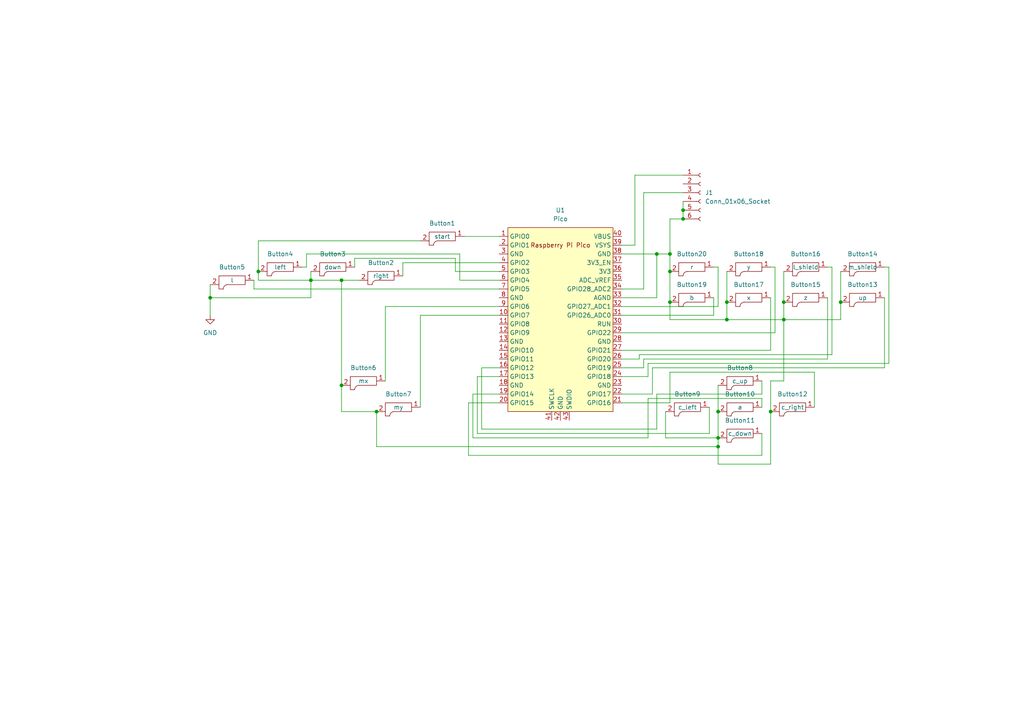
<source format=kicad_sch>
(kicad_sch (version 20230121) (generator eeschema)

  (uuid 82061d4c-46c0-4f0f-839d-83433a9ad825)

  (paper "A4")

  (lib_symbols
    (symbol "Connector:Conn_01x06_Socket" (pin_names (offset 1.016) hide) (in_bom yes) (on_board yes)
      (property "Reference" "J" (at 0 7.62 0)
        (effects (font (size 1.27 1.27)))
      )
      (property "Value" "Conn_01x06_Socket" (at 0 -10.16 0)
        (effects (font (size 1.27 1.27)))
      )
      (property "Footprint" "" (at 0 0 0)
        (effects (font (size 1.27 1.27)) hide)
      )
      (property "Datasheet" "~" (at 0 0 0)
        (effects (font (size 1.27 1.27)) hide)
      )
      (property "ki_locked" "" (at 0 0 0)
        (effects (font (size 1.27 1.27)))
      )
      (property "ki_keywords" "connector" (at 0 0 0)
        (effects (font (size 1.27 1.27)) hide)
      )
      (property "ki_description" "Generic connector, single row, 01x06, script generated" (at 0 0 0)
        (effects (font (size 1.27 1.27)) hide)
      )
      (property "ki_fp_filters" "Connector*:*_1x??_*" (at 0 0 0)
        (effects (font (size 1.27 1.27)) hide)
      )
      (symbol "Conn_01x06_Socket_1_1"
        (arc (start 0 -7.112) (mid -0.5058 -7.62) (end 0 -8.128)
          (stroke (width 0.1524) (type default))
          (fill (type none))
        )
        (arc (start 0 -4.572) (mid -0.5058 -5.08) (end 0 -5.588)
          (stroke (width 0.1524) (type default))
          (fill (type none))
        )
        (arc (start 0 -2.032) (mid -0.5058 -2.54) (end 0 -3.048)
          (stroke (width 0.1524) (type default))
          (fill (type none))
        )
        (polyline
          (pts
            (xy -1.27 -7.62)
            (xy -0.508 -7.62)
          )
          (stroke (width 0.1524) (type default))
          (fill (type none))
        )
        (polyline
          (pts
            (xy -1.27 -5.08)
            (xy -0.508 -5.08)
          )
          (stroke (width 0.1524) (type default))
          (fill (type none))
        )
        (polyline
          (pts
            (xy -1.27 -2.54)
            (xy -0.508 -2.54)
          )
          (stroke (width 0.1524) (type default))
          (fill (type none))
        )
        (polyline
          (pts
            (xy -1.27 0)
            (xy -0.508 0)
          )
          (stroke (width 0.1524) (type default))
          (fill (type none))
        )
        (polyline
          (pts
            (xy -1.27 2.54)
            (xy -0.508 2.54)
          )
          (stroke (width 0.1524) (type default))
          (fill (type none))
        )
        (polyline
          (pts
            (xy -1.27 5.08)
            (xy -0.508 5.08)
          )
          (stroke (width 0.1524) (type default))
          (fill (type none))
        )
        (arc (start 0 0.508) (mid -0.5058 0) (end 0 -0.508)
          (stroke (width 0.1524) (type default))
          (fill (type none))
        )
        (arc (start 0 3.048) (mid -0.5058 2.54) (end 0 2.032)
          (stroke (width 0.1524) (type default))
          (fill (type none))
        )
        (arc (start 0 5.588) (mid -0.5058 5.08) (end 0 4.572)
          (stroke (width 0.1524) (type default))
          (fill (type none))
        )
        (pin passive line (at -5.08 5.08 0) (length 3.81)
          (name "Pin_1" (effects (font (size 1.27 1.27))))
          (number "1" (effects (font (size 1.27 1.27))))
        )
        (pin passive line (at -5.08 2.54 0) (length 3.81)
          (name "Pin_2" (effects (font (size 1.27 1.27))))
          (number "2" (effects (font (size 1.27 1.27))))
        )
        (pin passive line (at -5.08 0 0) (length 3.81)
          (name "Pin_3" (effects (font (size 1.27 1.27))))
          (number "3" (effects (font (size 1.27 1.27))))
        )
        (pin passive line (at -5.08 -2.54 0) (length 3.81)
          (name "Pin_4" (effects (font (size 1.27 1.27))))
          (number "4" (effects (font (size 1.27 1.27))))
        )
        (pin passive line (at -5.08 -5.08 0) (length 3.81)
          (name "Pin_5" (effects (font (size 1.27 1.27))))
          (number "5" (effects (font (size 1.27 1.27))))
        )
        (pin passive line (at -5.08 -7.62 0) (length 3.81)
          (name "Pin_6" (effects (font (size 1.27 1.27))))
          (number "6" (effects (font (size 1.27 1.27))))
        )
      )
    )
    (symbol "MCU_RaspberryPi_and_Boards:Pico" (in_bom yes) (on_board yes)
      (property "Reference" "U" (at -13.97 27.94 0)
        (effects (font (size 1.27 1.27)))
      )
      (property "Value" "Pico" (at 0 19.05 0)
        (effects (font (size 1.27 1.27)))
      )
      (property "Footprint" "MCU_RaspberryPi_and_Boards:RPi_Pico_SMD_TH" (at 0 0 90)
        (effects (font (size 1.27 1.27)) hide)
      )
      (property "Datasheet" "" (at 0 0 0)
        (effects (font (size 1.27 1.27)) hide)
      )
      (symbol "Pico_0_0"
        (text "Raspberry Pi Pico" (at 0 21.59 0)
          (effects (font (size 1.27 1.27)))
        )
      )
      (symbol "Pico_0_1"
        (rectangle (start -15.24 26.67) (end 15.24 -26.67)
          (stroke (width 0) (type default))
          (fill (type background))
        )
      )
      (symbol "Pico_1_1"
        (pin bidirectional line (at -17.78 24.13 0) (length 2.54)
          (name "GPIO0" (effects (font (size 1.27 1.27))))
          (number "1" (effects (font (size 1.27 1.27))))
        )
        (pin bidirectional line (at -17.78 1.27 0) (length 2.54)
          (name "GPIO7" (effects (font (size 1.27 1.27))))
          (number "10" (effects (font (size 1.27 1.27))))
        )
        (pin bidirectional line (at -17.78 -1.27 0) (length 2.54)
          (name "GPIO8" (effects (font (size 1.27 1.27))))
          (number "11" (effects (font (size 1.27 1.27))))
        )
        (pin bidirectional line (at -17.78 -3.81 0) (length 2.54)
          (name "GPIO9" (effects (font (size 1.27 1.27))))
          (number "12" (effects (font (size 1.27 1.27))))
        )
        (pin power_in line (at -17.78 -6.35 0) (length 2.54)
          (name "GND" (effects (font (size 1.27 1.27))))
          (number "13" (effects (font (size 1.27 1.27))))
        )
        (pin bidirectional line (at -17.78 -8.89 0) (length 2.54)
          (name "GPIO10" (effects (font (size 1.27 1.27))))
          (number "14" (effects (font (size 1.27 1.27))))
        )
        (pin bidirectional line (at -17.78 -11.43 0) (length 2.54)
          (name "GPIO11" (effects (font (size 1.27 1.27))))
          (number "15" (effects (font (size 1.27 1.27))))
        )
        (pin bidirectional line (at -17.78 -13.97 0) (length 2.54)
          (name "GPIO12" (effects (font (size 1.27 1.27))))
          (number "16" (effects (font (size 1.27 1.27))))
        )
        (pin bidirectional line (at -17.78 -16.51 0) (length 2.54)
          (name "GPIO13" (effects (font (size 1.27 1.27))))
          (number "17" (effects (font (size 1.27 1.27))))
        )
        (pin power_in line (at -17.78 -19.05 0) (length 2.54)
          (name "GND" (effects (font (size 1.27 1.27))))
          (number "18" (effects (font (size 1.27 1.27))))
        )
        (pin bidirectional line (at -17.78 -21.59 0) (length 2.54)
          (name "GPIO14" (effects (font (size 1.27 1.27))))
          (number "19" (effects (font (size 1.27 1.27))))
        )
        (pin bidirectional line (at -17.78 21.59 0) (length 2.54)
          (name "GPIO1" (effects (font (size 1.27 1.27))))
          (number "2" (effects (font (size 1.27 1.27))))
        )
        (pin bidirectional line (at -17.78 -24.13 0) (length 2.54)
          (name "GPIO15" (effects (font (size 1.27 1.27))))
          (number "20" (effects (font (size 1.27 1.27))))
        )
        (pin bidirectional line (at 17.78 -24.13 180) (length 2.54)
          (name "GPIO16" (effects (font (size 1.27 1.27))))
          (number "21" (effects (font (size 1.27 1.27))))
        )
        (pin bidirectional line (at 17.78 -21.59 180) (length 2.54)
          (name "GPIO17" (effects (font (size 1.27 1.27))))
          (number "22" (effects (font (size 1.27 1.27))))
        )
        (pin power_in line (at 17.78 -19.05 180) (length 2.54)
          (name "GND" (effects (font (size 1.27 1.27))))
          (number "23" (effects (font (size 1.27 1.27))))
        )
        (pin bidirectional line (at 17.78 -16.51 180) (length 2.54)
          (name "GPIO18" (effects (font (size 1.27 1.27))))
          (number "24" (effects (font (size 1.27 1.27))))
        )
        (pin bidirectional line (at 17.78 -13.97 180) (length 2.54)
          (name "GPIO19" (effects (font (size 1.27 1.27))))
          (number "25" (effects (font (size 1.27 1.27))))
        )
        (pin bidirectional line (at 17.78 -11.43 180) (length 2.54)
          (name "GPIO20" (effects (font (size 1.27 1.27))))
          (number "26" (effects (font (size 1.27 1.27))))
        )
        (pin bidirectional line (at 17.78 -8.89 180) (length 2.54)
          (name "GPIO21" (effects (font (size 1.27 1.27))))
          (number "27" (effects (font (size 1.27 1.27))))
        )
        (pin power_in line (at 17.78 -6.35 180) (length 2.54)
          (name "GND" (effects (font (size 1.27 1.27))))
          (number "28" (effects (font (size 1.27 1.27))))
        )
        (pin bidirectional line (at 17.78 -3.81 180) (length 2.54)
          (name "GPIO22" (effects (font (size 1.27 1.27))))
          (number "29" (effects (font (size 1.27 1.27))))
        )
        (pin power_in line (at -17.78 19.05 0) (length 2.54)
          (name "GND" (effects (font (size 1.27 1.27))))
          (number "3" (effects (font (size 1.27 1.27))))
        )
        (pin input line (at 17.78 -1.27 180) (length 2.54)
          (name "RUN" (effects (font (size 1.27 1.27))))
          (number "30" (effects (font (size 1.27 1.27))))
        )
        (pin bidirectional line (at 17.78 1.27 180) (length 2.54)
          (name "GPIO26_ADC0" (effects (font (size 1.27 1.27))))
          (number "31" (effects (font (size 1.27 1.27))))
        )
        (pin bidirectional line (at 17.78 3.81 180) (length 2.54)
          (name "GPIO27_ADC1" (effects (font (size 1.27 1.27))))
          (number "32" (effects (font (size 1.27 1.27))))
        )
        (pin power_in line (at 17.78 6.35 180) (length 2.54)
          (name "AGND" (effects (font (size 1.27 1.27))))
          (number "33" (effects (font (size 1.27 1.27))))
        )
        (pin bidirectional line (at 17.78 8.89 180) (length 2.54)
          (name "GPIO28_ADC2" (effects (font (size 1.27 1.27))))
          (number "34" (effects (font (size 1.27 1.27))))
        )
        (pin power_in line (at 17.78 11.43 180) (length 2.54)
          (name "ADC_VREF" (effects (font (size 1.27 1.27))))
          (number "35" (effects (font (size 1.27 1.27))))
        )
        (pin power_in line (at 17.78 13.97 180) (length 2.54)
          (name "3V3" (effects (font (size 1.27 1.27))))
          (number "36" (effects (font (size 1.27 1.27))))
        )
        (pin input line (at 17.78 16.51 180) (length 2.54)
          (name "3V3_EN" (effects (font (size 1.27 1.27))))
          (number "37" (effects (font (size 1.27 1.27))))
        )
        (pin bidirectional line (at 17.78 19.05 180) (length 2.54)
          (name "GND" (effects (font (size 1.27 1.27))))
          (number "38" (effects (font (size 1.27 1.27))))
        )
        (pin power_in line (at 17.78 21.59 180) (length 2.54)
          (name "VSYS" (effects (font (size 1.27 1.27))))
          (number "39" (effects (font (size 1.27 1.27))))
        )
        (pin bidirectional line (at -17.78 16.51 0) (length 2.54)
          (name "GPIO2" (effects (font (size 1.27 1.27))))
          (number "4" (effects (font (size 1.27 1.27))))
        )
        (pin power_in line (at 17.78 24.13 180) (length 2.54)
          (name "VBUS" (effects (font (size 1.27 1.27))))
          (number "40" (effects (font (size 1.27 1.27))))
        )
        (pin input line (at -2.54 -29.21 90) (length 2.54)
          (name "SWCLK" (effects (font (size 1.27 1.27))))
          (number "41" (effects (font (size 1.27 1.27))))
        )
        (pin power_in line (at 0 -29.21 90) (length 2.54)
          (name "GND" (effects (font (size 1.27 1.27))))
          (number "42" (effects (font (size 1.27 1.27))))
        )
        (pin bidirectional line (at 2.54 -29.21 90) (length 2.54)
          (name "SWDIO" (effects (font (size 1.27 1.27))))
          (number "43" (effects (font (size 1.27 1.27))))
        )
        (pin bidirectional line (at -17.78 13.97 0) (length 2.54)
          (name "GPIO3" (effects (font (size 1.27 1.27))))
          (number "5" (effects (font (size 1.27 1.27))))
        )
        (pin bidirectional line (at -17.78 11.43 0) (length 2.54)
          (name "GPIO4" (effects (font (size 1.27 1.27))))
          (number "6" (effects (font (size 1.27 1.27))))
        )
        (pin bidirectional line (at -17.78 8.89 0) (length 2.54)
          (name "GPIO5" (effects (font (size 1.27 1.27))))
          (number "7" (effects (font (size 1.27 1.27))))
        )
        (pin power_in line (at -17.78 6.35 0) (length 2.54)
          (name "GND" (effects (font (size 1.27 1.27))))
          (number "8" (effects (font (size 1.27 1.27))))
        )
        (pin bidirectional line (at -17.78 3.81 0) (length 2.54)
          (name "GPIO6" (effects (font (size 1.27 1.27))))
          (number "9" (effects (font (size 1.27 1.27))))
        )
      )
    )
    (symbol "keyswitches:Kalih" (in_bom yes) (on_board yes)
      (property "Reference" "Button" (at 0 2.54 0)
        (effects (font (size 1.27 1.27)))
      )
      (property "Value" "" (at 0 0 0)
        (effects (font (size 1.27 1.27)))
      )
      (property "Footprint" "keyswitches:Kailh_socket_MX" (at 0 -3.81 0)
        (effects (font (size 1.27 1.27)) hide)
      )
      (property "Datasheet" "" (at 0 0 0)
        (effects (font (size 1.27 1.27)) hide)
      )
      (symbol "Kalih_0_1"
        (arc (start -1.27 -1.27) (mid -2.168 -1.642) (end -2.54 -2.54)
          (stroke (width 0) (type default))
          (fill (type none))
        )
        (polyline
          (pts
            (xy -2.54 -2.54)
            (xy -3.81 -2.54)
            (xy -3.81 1.27)
            (xy 3.81 1.27)
            (xy 3.81 -1.27)
            (xy -1.27 -1.27)
          )
          (stroke (width 0) (type default))
          (fill (type none))
        )
      )
      (symbol "Kalih_1_1"
        (pin bidirectional line (at 6.35 0 180) (length 2.54)
          (name "" (effects (font (size 1.27 1.27))))
          (number "1" (effects (font (size 1.27 1.27))))
        )
        (pin bidirectional line (at -6.35 -1.27 0) (length 2.54)
          (name "" (effects (font (size 1.27 1.27))))
          (number "2" (effects (font (size 1.27 1.27))))
        )
      )
    )
    (symbol "power:GND" (power) (pin_names (offset 0)) (in_bom yes) (on_board yes)
      (property "Reference" "#PWR" (at 0 -6.35 0)
        (effects (font (size 1.27 1.27)) hide)
      )
      (property "Value" "GND" (at 0 -3.81 0)
        (effects (font (size 1.27 1.27)))
      )
      (property "Footprint" "" (at 0 0 0)
        (effects (font (size 1.27 1.27)) hide)
      )
      (property "Datasheet" "" (at 0 0 0)
        (effects (font (size 1.27 1.27)) hide)
      )
      (property "ki_keywords" "global power" (at 0 0 0)
        (effects (font (size 1.27 1.27)) hide)
      )
      (property "ki_description" "Power symbol creates a global label with name \"GND\" , ground" (at 0 0 0)
        (effects (font (size 1.27 1.27)) hide)
      )
      (symbol "GND_0_1"
        (polyline
          (pts
            (xy 0 0)
            (xy 0 -1.27)
            (xy 1.27 -1.27)
            (xy 0 -2.54)
            (xy -1.27 -1.27)
            (xy 0 -1.27)
          )
          (stroke (width 0) (type default))
          (fill (type none))
        )
      )
      (symbol "GND_1_1"
        (pin power_in line (at 0 0 270) (length 0) hide
          (name "GND" (effects (font (size 1.27 1.27))))
          (number "1" (effects (font (size 1.27 1.27))))
        )
      )
    )
  )

  (junction (at 227.33 92.71) (diameter 0) (color 0 0 0 0)
    (uuid 005d12fa-ec58-46d5-b0ad-f683a20c3bf4)
  )
  (junction (at 208.28 127) (diameter 0) (color 0 0 0 0)
    (uuid 08041f39-6f2c-474b-898d-ce428509742a)
  )
  (junction (at 208.28 119.38) (diameter 0) (color 0 0 0 0)
    (uuid 08d12132-5d7e-4ac4-be57-35f92ce96c16)
  )
  (junction (at 99.06 111.76) (diameter 0) (color 0 0 0 0)
    (uuid 2ea74b5d-92d8-496b-a8b7-2e3eff374cce)
  )
  (junction (at 90.17 81.28) (diameter 0) (color 0 0 0 0)
    (uuid 43dee147-4552-449e-9f51-5287ec13c4ac)
  )
  (junction (at 194.31 78.74) (diameter 0) (color 0 0 0 0)
    (uuid 49ce9403-600d-4775-bca4-e6e599775ceb)
  )
  (junction (at 190.5 73.66) (diameter 0) (color 0 0 0 0)
    (uuid 631341c7-6fd9-47ea-af90-0380bf0a95ac)
  )
  (junction (at 60.96 86.36) (diameter 0) (color 0 0 0 0)
    (uuid 693cd6c4-110a-4700-8d00-9a628423bed5)
  )
  (junction (at 208.28 129.54) (diameter 0) (color 0 0 0 0)
    (uuid 7b3b6b12-d2e7-4d65-815c-703b4f6a508f)
  )
  (junction (at 99.06 81.28) (diameter 0) (color 0 0 0 0)
    (uuid 7d9eaf74-b781-4d8f-ab7d-65fb0378cbf3)
  )
  (junction (at 227.33 87.63) (diameter 0) (color 0 0 0 0)
    (uuid 87efb8ff-0f77-44c8-a209-e9031802ec39)
  )
  (junction (at 74.93 78.74) (diameter 0) (color 0 0 0 0)
    (uuid 8eabff7a-b7fb-4456-96a7-9cd2d5a13159)
  )
  (junction (at 194.31 73.66) (diameter 0) (color 0 0 0 0)
    (uuid aae8151e-658c-449d-85fd-0f5176ce0741)
  )
  (junction (at 109.22 119.38) (diameter 0) (color 0 0 0 0)
    (uuid b5737638-33d4-46a3-b473-7e6274bd3860)
  )
  (junction (at 210.82 92.71) (diameter 0) (color 0 0 0 0)
    (uuid b5cc4b4b-82f1-4fe0-afa7-ebd453b6d5a8)
  )
  (junction (at 223.52 119.38) (diameter 0) (color 0 0 0 0)
    (uuid bb542bfe-5f64-4722-90f9-01c6d84f5878)
  )
  (junction (at 243.84 87.63) (diameter 0) (color 0 0 0 0)
    (uuid c6f9c988-2dfb-4a6e-b80b-10d12a8243c5)
  )
  (junction (at 210.82 87.63) (diameter 0) (color 0 0 0 0)
    (uuid ce417489-5acc-4a39-956e-d44582dbec7b)
  )
  (junction (at 194.31 87.63) (diameter 0) (color 0 0 0 0)
    (uuid e0f8209c-d20b-447b-9b63-7e4381d0dbdf)
  )
  (junction (at 198.12 63.5) (diameter 0) (color 0 0 0 0)
    (uuid fab639dd-6f88-4c24-8184-c3ec9d271f2b)
  )
  (junction (at 198.12 60.96) (diameter 0) (color 0 0 0 0)
    (uuid fbeff9c2-c9b1-4057-8660-157af07b6f86)
  )

  (wire (pts (xy 205.74 125.73) (xy 205.74 118.11))
    (stroke (width 0) (type default))
    (uuid 01a741c1-dda7-4ae4-bef3-e398c5be333b)
  )
  (wire (pts (xy 190.5 124.46) (xy 139.7 124.46))
    (stroke (width 0) (type default))
    (uuid 04768c2c-aa36-4206-9987-7e1a0ad31302)
  )
  (wire (pts (xy 208.28 111.76) (xy 208.28 119.38))
    (stroke (width 0) (type default))
    (uuid 06fdf87e-854f-47e3-8122-e0b990a11127)
  )
  (wire (pts (xy 186.69 83.82) (xy 180.34 83.82))
    (stroke (width 0) (type default))
    (uuid 080a4a3d-40e6-446d-8eb0-5f26eba70612)
  )
  (wire (pts (xy 194.31 78.74) (xy 194.31 87.63))
    (stroke (width 0) (type default))
    (uuid 094dd115-b971-4200-8612-aabcbe0becf2)
  )
  (wire (pts (xy 194.31 107.95) (xy 194.31 116.84))
    (stroke (width 0) (type default))
    (uuid 0c7bac2d-d7a3-4523-892c-1f6d15724a11)
  )
  (wire (pts (xy 208.28 127) (xy 208.28 129.54))
    (stroke (width 0) (type default))
    (uuid 0c811321-8962-495b-8116-2f4783e6344a)
  )
  (wire (pts (xy 74.93 81.28) (xy 90.17 81.28))
    (stroke (width 0) (type default))
    (uuid 16551cb0-eedc-4d6e-b943-6511535311ea)
  )
  (wire (pts (xy 133.35 81.28) (xy 144.78 81.28))
    (stroke (width 0) (type default))
    (uuid 178878d2-80d8-4df6-8a4a-2a834b967e01)
  )
  (wire (pts (xy 88.9 77.47) (xy 88.9 73.66))
    (stroke (width 0) (type default))
    (uuid 18c6076e-6bf3-4e1e-b138-147f1d846d12)
  )
  (wire (pts (xy 208.28 77.47) (xy 208.28 88.9))
    (stroke (width 0) (type default))
    (uuid 193b2c63-838a-4210-9812-8b9538326a84)
  )
  (wire (pts (xy 186.69 55.88) (xy 186.69 83.82))
    (stroke (width 0) (type default))
    (uuid 19dd11c5-6d76-41fe-8ce1-b75e38a240d4)
  )
  (wire (pts (xy 132.08 78.74) (xy 144.78 78.74))
    (stroke (width 0) (type default))
    (uuid 1b513b00-7960-4312-b9ee-7bc4a9b67087)
  )
  (wire (pts (xy 190.5 86.36) (xy 190.5 73.66))
    (stroke (width 0) (type default))
    (uuid 24792523-94c1-4d43-97b7-4d6c4440f087)
  )
  (wire (pts (xy 73.66 83.82) (xy 144.78 83.82))
    (stroke (width 0) (type default))
    (uuid 26a256df-d2be-4d4b-8039-e503dac50aa1)
  )
  (wire (pts (xy 243.84 78.74) (xy 243.84 87.63))
    (stroke (width 0) (type default))
    (uuid 26c81c3d-db37-40ec-933f-fbe8354458d2)
  )
  (wire (pts (xy 227.33 92.71) (xy 210.82 92.71))
    (stroke (width 0) (type default))
    (uuid 2709aa95-4bbf-4edd-9441-74943a4dbc2d)
  )
  (wire (pts (xy 256.54 77.47) (xy 257.81 77.47))
    (stroke (width 0) (type default))
    (uuid 2920a079-776b-4a80-9b2c-175b0f4a8394)
  )
  (wire (pts (xy 186.69 106.68) (xy 180.34 106.68))
    (stroke (width 0) (type default))
    (uuid 2bb0c612-48fb-4681-a56a-ed9d073c410f)
  )
  (wire (pts (xy 116.84 80.01) (xy 116.84 76.2))
    (stroke (width 0) (type default))
    (uuid 2c875826-df67-4b5d-8487-e85a39df69dd)
  )
  (wire (pts (xy 220.98 118.11) (xy 220.98 115.57))
    (stroke (width 0) (type default))
    (uuid 2e895c03-a307-433b-a240-1c22df316998)
  )
  (wire (pts (xy 224.79 96.52) (xy 180.34 96.52))
    (stroke (width 0) (type default))
    (uuid 2efcdf79-e23a-4397-b1c9-393724968df5)
  )
  (wire (pts (xy 60.96 86.36) (xy 90.17 86.36))
    (stroke (width 0) (type default))
    (uuid 3047122a-6e2a-40fc-94e8-ead8994a3818)
  )
  (wire (pts (xy 207.01 91.44) (xy 180.34 91.44))
    (stroke (width 0) (type default))
    (uuid 356bb213-6427-4d55-8b69-e263538c0f4d)
  )
  (wire (pts (xy 138.43 125.73) (xy 205.74 125.73))
    (stroke (width 0) (type default))
    (uuid 373bba41-df58-4568-90b0-428c522bc090)
  )
  (wire (pts (xy 111.76 110.49) (xy 111.76 88.9))
    (stroke (width 0) (type default))
    (uuid 37c5d668-389f-4a08-ad41-61a0d5b77128)
  )
  (wire (pts (xy 243.84 87.63) (xy 243.84 92.71))
    (stroke (width 0) (type default))
    (uuid 3a0d75a2-34a6-4245-b494-fd5efa2d3f49)
  )
  (wire (pts (xy 99.06 81.28) (xy 99.06 111.76))
    (stroke (width 0) (type default))
    (uuid 3a64ba5a-bb52-417e-879a-8394d92ef702)
  )
  (wire (pts (xy 99.06 81.28) (xy 90.17 81.28))
    (stroke (width 0) (type default))
    (uuid 3c29ae74-ff20-4480-83d6-db2066fbaa79)
  )
  (wire (pts (xy 194.31 92.71) (xy 194.31 87.63))
    (stroke (width 0) (type default))
    (uuid 41514ed6-e8a0-45c2-a26a-72d998e4850a)
  )
  (wire (pts (xy 135.89 132.08) (xy 220.98 132.08))
    (stroke (width 0) (type default))
    (uuid 41b0884d-9e39-413b-a39d-fefdc24aaaac)
  )
  (wire (pts (xy 87.63 77.47) (xy 88.9 77.47))
    (stroke (width 0) (type default))
    (uuid 4a162334-53ba-4eab-9acb-7448301592c7)
  )
  (wire (pts (xy 121.92 69.85) (xy 74.93 69.85))
    (stroke (width 0) (type default))
    (uuid 4a619616-54a9-4e7b-8ab8-d5df1e311c74)
  )
  (wire (pts (xy 90.17 86.36) (xy 90.17 81.28))
    (stroke (width 0) (type default))
    (uuid 4e4007e6-f6bb-4c75-81e0-53570bf5c9dc)
  )
  (wire (pts (xy 73.66 81.28) (xy 73.66 83.82))
    (stroke (width 0) (type default))
    (uuid 4fffafde-2c3c-430a-97c5-db9b37fed37f)
  )
  (wire (pts (xy 210.82 78.74) (xy 210.82 87.63))
    (stroke (width 0) (type default))
    (uuid 5077ffe5-6287-4391-960f-0224fa98d41e)
  )
  (wire (pts (xy 180.34 73.66) (xy 190.5 73.66))
    (stroke (width 0) (type default))
    (uuid 50cd480b-362f-4f15-b2bb-0bc1ebe1f643)
  )
  (wire (pts (xy 208.28 134.62) (xy 223.52 134.62))
    (stroke (width 0) (type default))
    (uuid 5369e543-4235-41cb-b7cc-ec3acb9e4c99)
  )
  (wire (pts (xy 210.82 92.71) (xy 194.31 92.71))
    (stroke (width 0) (type default))
    (uuid 589ad715-bce1-4923-bfd4-593bf5918872)
  )
  (wire (pts (xy 189.23 114.3) (xy 180.34 114.3))
    (stroke (width 0) (type default))
    (uuid 5a5459ed-555a-49c1-be96-47d3785880b7)
  )
  (wire (pts (xy 227.33 110.49) (xy 227.33 92.71))
    (stroke (width 0) (type default))
    (uuid 5b7fd699-39bc-42b7-86bb-d89a4d18fed4)
  )
  (wire (pts (xy 240.03 77.47) (xy 241.3 77.47))
    (stroke (width 0) (type default))
    (uuid 5b8cbba7-879c-4fb2-b381-93270e30f03e)
  )
  (wire (pts (xy 187.96 109.22) (xy 180.34 109.22))
    (stroke (width 0) (type default))
    (uuid 5ba84a87-8ba2-4619-b3bf-9661a70420ab)
  )
  (wire (pts (xy 121.92 118.11) (xy 121.92 91.44))
    (stroke (width 0) (type default))
    (uuid 5db15dde-4242-496e-8761-0a540c30f364)
  )
  (wire (pts (xy 227.33 78.74) (xy 227.33 87.63))
    (stroke (width 0) (type default))
    (uuid 5ded0503-e9c6-4dde-84d0-2329817926a6)
  )
  (wire (pts (xy 187.96 115.57) (xy 187.96 127))
    (stroke (width 0) (type default))
    (uuid 6472408f-037c-408b-9fcc-af0b7370d62b)
  )
  (wire (pts (xy 132.08 74.93) (xy 132.08 78.74))
    (stroke (width 0) (type default))
    (uuid 694e3c14-9ea4-43f4-bca3-3c32bfc35c9e)
  )
  (wire (pts (xy 194.31 78.74) (xy 194.31 73.66))
    (stroke (width 0) (type default))
    (uuid 69bfb803-d674-42e1-a239-f7b6a1819a1d)
  )
  (wire (pts (xy 133.35 73.66) (xy 133.35 81.28))
    (stroke (width 0) (type default))
    (uuid 6b612835-79ef-4c26-9c0e-db53d75132b8)
  )
  (wire (pts (xy 116.84 76.2) (xy 144.78 76.2))
    (stroke (width 0) (type default))
    (uuid 6c71ff82-6faf-456a-b04d-eee3d9c6bb71)
  )
  (wire (pts (xy 184.15 71.12) (xy 180.34 71.12))
    (stroke (width 0) (type default))
    (uuid 6f94469e-ec0e-4057-a238-92a9be00f98e)
  )
  (wire (pts (xy 240.03 86.36) (xy 240.03 104.14))
    (stroke (width 0) (type default))
    (uuid 70e2be8c-bdc9-453c-93f6-c5c0c6d9adcc)
  )
  (wire (pts (xy 189.23 106.68) (xy 189.23 114.3))
    (stroke (width 0) (type default))
    (uuid 72b8c0dd-da4c-45de-b089-0a0ac788ac1e)
  )
  (wire (pts (xy 187.96 105.41) (xy 187.96 109.22))
    (stroke (width 0) (type default))
    (uuid 7a0c4e91-c55c-4d63-aa46-1520cff4c40c)
  )
  (wire (pts (xy 104.14 81.28) (xy 99.06 81.28))
    (stroke (width 0) (type default))
    (uuid 7f2117f5-4733-4f25-9c99-926bfed1ee4d)
  )
  (wire (pts (xy 90.17 81.28) (xy 90.17 78.74))
    (stroke (width 0) (type default))
    (uuid 7fd29e0b-36fa-404f-85b0-0f9dc3fbc714)
  )
  (wire (pts (xy 223.52 77.47) (xy 224.79 77.47))
    (stroke (width 0) (type default))
    (uuid 8245c1c3-f981-4e6f-a20f-76c15f8370a7)
  )
  (wire (pts (xy 102.87 77.47) (xy 102.87 74.93))
    (stroke (width 0) (type default))
    (uuid 82f3b143-03f1-45a8-86b7-c1862e2842b1)
  )
  (wire (pts (xy 135.89 132.08) (xy 135.89 116.84))
    (stroke (width 0) (type default))
    (uuid 863cb34c-f731-444e-96a7-b977b61a5619)
  )
  (wire (pts (xy 193.04 127) (xy 208.28 127))
    (stroke (width 0) (type default))
    (uuid 87475731-6715-46f8-bd8a-991a999454da)
  )
  (wire (pts (xy 220.98 132.08) (xy 220.98 125.73))
    (stroke (width 0) (type default))
    (uuid 8ca716b9-376c-4908-9a0c-8668ebf9611d)
  )
  (wire (pts (xy 109.22 129.54) (xy 208.28 129.54))
    (stroke (width 0) (type default))
    (uuid 8d36d9d6-3a02-4196-baf6-c2d175484cc1)
  )
  (wire (pts (xy 138.43 109.22) (xy 144.78 109.22))
    (stroke (width 0) (type default))
    (uuid 8f8ab8fe-6985-4fc4-a34d-d81511f35bbc)
  )
  (wire (pts (xy 194.31 63.5) (xy 198.12 63.5))
    (stroke (width 0) (type default))
    (uuid 90a940a5-0a7e-4e0a-bfa2-7ba610cb3c5d)
  )
  (wire (pts (xy 193.04 119.38) (xy 193.04 127))
    (stroke (width 0) (type default))
    (uuid 9486d603-9669-436d-b91e-ebb11c348ba2)
  )
  (wire (pts (xy 186.69 104.14) (xy 186.69 106.68))
    (stroke (width 0) (type default))
    (uuid 956fcd5d-3c88-4062-bb6c-eb838f1bb8a9)
  )
  (wire (pts (xy 236.22 107.95) (xy 236.22 118.11))
    (stroke (width 0) (type default))
    (uuid 95817c6c-f3f0-4fbc-946f-ad29470556f0)
  )
  (wire (pts (xy 187.96 127) (xy 137.16 127))
    (stroke (width 0) (type default))
    (uuid 958a86a9-d63f-447c-ab04-1a48f05a2d1f)
  )
  (wire (pts (xy 185.42 104.14) (xy 180.34 104.14))
    (stroke (width 0) (type default))
    (uuid 966bd526-9f50-4d38-9a97-1fc12fad55f2)
  )
  (wire (pts (xy 257.81 77.47) (xy 257.81 105.41))
    (stroke (width 0) (type default))
    (uuid 99d802b9-c676-4f5d-b140-9d3f653d1534)
  )
  (wire (pts (xy 60.96 86.36) (xy 60.96 91.44))
    (stroke (width 0) (type default))
    (uuid 9e72126c-1b35-4629-97be-e9168b37ecc5)
  )
  (wire (pts (xy 207.01 77.47) (xy 208.28 77.47))
    (stroke (width 0) (type default))
    (uuid a097e66a-8bba-4430-b1e5-2c385a0d1cc3)
  )
  (wire (pts (xy 224.79 77.47) (xy 224.79 96.52))
    (stroke (width 0) (type default))
    (uuid a67a1429-23b1-4ce5-9d49-72df917b2c89)
  )
  (wire (pts (xy 185.42 102.87) (xy 185.42 104.14))
    (stroke (width 0) (type default))
    (uuid a6c06eb7-2d3c-4cef-8ed6-059e59afeb62)
  )
  (wire (pts (xy 220.98 114.3) (xy 190.5 114.3))
    (stroke (width 0) (type default))
    (uuid a94b8d2f-4c40-4734-bf6e-3180fc29c329)
  )
  (wire (pts (xy 109.22 119.38) (xy 109.22 129.54))
    (stroke (width 0) (type default))
    (uuid aa75aecc-9b0b-4da1-80d6-8e6321129ac0)
  )
  (wire (pts (xy 137.16 114.3) (xy 144.78 114.3))
    (stroke (width 0) (type default))
    (uuid ab14897f-d141-4ced-8c5d-c66b800e6231)
  )
  (wire (pts (xy 139.7 124.46) (xy 139.7 106.68))
    (stroke (width 0) (type default))
    (uuid ab7b91c4-b8d7-483e-8da3-4ae761418c44)
  )
  (wire (pts (xy 256.54 106.68) (xy 189.23 106.68))
    (stroke (width 0) (type default))
    (uuid abe3d839-a50a-4661-ae9b-0a0c8fe0870e)
  )
  (wire (pts (xy 223.52 101.6) (xy 180.34 101.6))
    (stroke (width 0) (type default))
    (uuid ad438408-6671-4b0d-bad5-fd8f0eb5fe76)
  )
  (wire (pts (xy 194.31 73.66) (xy 194.31 63.5))
    (stroke (width 0) (type default))
    (uuid aee5e214-182f-4bfc-82fc-a7d02a1ba415)
  )
  (wire (pts (xy 210.82 87.63) (xy 210.82 92.71))
    (stroke (width 0) (type default))
    (uuid b132aecc-6271-419d-87eb-1bebafef7edb)
  )
  (wire (pts (xy 223.52 119.38) (xy 223.52 110.49))
    (stroke (width 0) (type default))
    (uuid b2a47a33-7622-4107-97bb-266546c37b0c)
  )
  (wire (pts (xy 207.01 86.36) (xy 207.01 91.44))
    (stroke (width 0) (type default))
    (uuid b562801f-c14a-4abe-a84a-3bd6fd73b1c7)
  )
  (wire (pts (xy 194.31 116.84) (xy 180.34 116.84))
    (stroke (width 0) (type default))
    (uuid b8cb881b-e375-47b9-a1cb-327619c28842)
  )
  (wire (pts (xy 208.28 119.38) (xy 208.28 127))
    (stroke (width 0) (type default))
    (uuid b919ec43-3e9c-459d-8d4c-9dd69b43013f)
  )
  (wire (pts (xy 223.52 86.36) (xy 223.52 101.6))
    (stroke (width 0) (type default))
    (uuid ba1de2c7-f65f-40e6-8bb4-d1c4e0e1c2cc)
  )
  (wire (pts (xy 208.28 129.54) (xy 208.28 134.62))
    (stroke (width 0) (type default))
    (uuid ba26c91a-8416-47a2-968a-d9d813497b61)
  )
  (wire (pts (xy 60.96 82.55) (xy 60.96 86.36))
    (stroke (width 0) (type default))
    (uuid ba80deca-fc20-4f53-9ef1-c29c9b9e8de2)
  )
  (wire (pts (xy 198.12 50.8) (xy 184.15 50.8))
    (stroke (width 0) (type default))
    (uuid bb5dfd92-d65d-4460-9e22-7beb8962ab54)
  )
  (wire (pts (xy 190.5 73.66) (xy 194.31 73.66))
    (stroke (width 0) (type default))
    (uuid c22745c0-c170-4c88-af77-2539ea0fda71)
  )
  (wire (pts (xy 102.87 74.93) (xy 132.08 74.93))
    (stroke (width 0) (type default))
    (uuid c4059285-c407-4a33-9a2c-ec6f66e2cba9)
  )
  (wire (pts (xy 134.62 68.58) (xy 144.78 68.58))
    (stroke (width 0) (type default))
    (uuid c63639ab-e240-4789-b41e-67147ff76613)
  )
  (wire (pts (xy 121.92 91.44) (xy 144.78 91.44))
    (stroke (width 0) (type default))
    (uuid c7c31fc8-d753-4249-930b-45df9369f244)
  )
  (wire (pts (xy 111.76 88.9) (xy 144.78 88.9))
    (stroke (width 0) (type default))
    (uuid c84f0066-9e13-462a-a02a-49989a8be59c)
  )
  (wire (pts (xy 220.98 110.49) (xy 220.98 114.3))
    (stroke (width 0) (type default))
    (uuid ca3b1cf0-fca1-4280-b670-f7a89e4b0b24)
  )
  (wire (pts (xy 138.43 125.73) (xy 138.43 109.22))
    (stroke (width 0) (type default))
    (uuid cb6da959-7f39-4130-81e3-52caed3581f5)
  )
  (wire (pts (xy 236.22 107.95) (xy 194.31 107.95))
    (stroke (width 0) (type default))
    (uuid cca02360-786e-4508-9a6a-96779aa219b4)
  )
  (wire (pts (xy 198.12 58.42) (xy 198.12 60.96))
    (stroke (width 0) (type default))
    (uuid d3017d9a-c746-4c7f-ac96-0cca0d43e27b)
  )
  (wire (pts (xy 241.3 77.47) (xy 241.3 102.87))
    (stroke (width 0) (type default))
    (uuid d3e48b8f-93fd-4a86-aa22-88bb8a39208a)
  )
  (wire (pts (xy 74.93 78.74) (xy 74.93 81.28))
    (stroke (width 0) (type default))
    (uuid d4271c44-4e53-40c3-ad30-44e7546495a3)
  )
  (wire (pts (xy 208.28 88.9) (xy 180.34 88.9))
    (stroke (width 0) (type default))
    (uuid d520d472-772c-4238-9b48-3c607bfff766)
  )
  (wire (pts (xy 240.03 104.14) (xy 186.69 104.14))
    (stroke (width 0) (type default))
    (uuid d7c08c4b-4a39-4c68-b93a-c3324d9aa77e)
  )
  (wire (pts (xy 227.33 87.63) (xy 227.33 92.71))
    (stroke (width 0) (type default))
    (uuid daf6c64f-0f5c-41ae-9fee-5ceb27793729)
  )
  (wire (pts (xy 137.16 127) (xy 137.16 114.3))
    (stroke (width 0) (type default))
    (uuid df936998-8988-49c0-a1c1-982fa2a0739f)
  )
  (wire (pts (xy 184.15 50.8) (xy 184.15 71.12))
    (stroke (width 0) (type default))
    (uuid e4c48ac0-c38c-45dc-b2bf-acc08e7bdecd)
  )
  (wire (pts (xy 198.12 60.96) (xy 198.12 63.5))
    (stroke (width 0) (type default))
    (uuid e7966fe4-b261-45fc-b82a-fc063f38b00b)
  )
  (wire (pts (xy 220.98 115.57) (xy 187.96 115.57))
    (stroke (width 0) (type default))
    (uuid e8bb9d64-6679-4a47-a3c6-306f85e71709)
  )
  (wire (pts (xy 74.93 69.85) (xy 74.93 78.74))
    (stroke (width 0) (type default))
    (uuid e9a9b143-aa24-4c71-83c0-fcaf45b03c21)
  )
  (wire (pts (xy 256.54 86.36) (xy 256.54 106.68))
    (stroke (width 0) (type default))
    (uuid ebe82361-1db8-4942-9a92-e5997d77065b)
  )
  (wire (pts (xy 99.06 119.38) (xy 109.22 119.38))
    (stroke (width 0) (type default))
    (uuid ebf6eaf1-d6e2-4af6-8d21-80116429d645)
  )
  (wire (pts (xy 223.52 110.49) (xy 227.33 110.49))
    (stroke (width 0) (type default))
    (uuid ec214acf-4c6b-41b3-8787-2ab447680adf)
  )
  (wire (pts (xy 99.06 111.76) (xy 99.06 119.38))
    (stroke (width 0) (type default))
    (uuid ec4d01fb-a64e-4af7-a7b4-3b8df1fc0d8e)
  )
  (wire (pts (xy 139.7 106.68) (xy 144.78 106.68))
    (stroke (width 0) (type default))
    (uuid ecb2cd9c-6067-44bf-be4d-3e55d6f7dd77)
  )
  (wire (pts (xy 223.52 134.62) (xy 223.52 119.38))
    (stroke (width 0) (type default))
    (uuid ecfad3ab-34a9-4866-a444-022280b4e352)
  )
  (wire (pts (xy 180.34 86.36) (xy 190.5 86.36))
    (stroke (width 0) (type default))
    (uuid ef46be30-b254-4271-a524-cd17988f6d44)
  )
  (wire (pts (xy 88.9 73.66) (xy 133.35 73.66))
    (stroke (width 0) (type default))
    (uuid f241a029-3628-45a3-b629-258512ca79c9)
  )
  (wire (pts (xy 198.12 55.88) (xy 186.69 55.88))
    (stroke (width 0) (type default))
    (uuid fa6b78ca-384c-4757-b4fa-4caf5fc1d307)
  )
  (wire (pts (xy 243.84 92.71) (xy 227.33 92.71))
    (stroke (width 0) (type default))
    (uuid fa8adf71-2c68-4a09-9c56-438918d3015a)
  )
  (wire (pts (xy 135.89 116.84) (xy 144.78 116.84))
    (stroke (width 0) (type default))
    (uuid fecb845d-b744-4df6-aeab-f822c8b5eac9)
  )
  (wire (pts (xy 257.81 105.41) (xy 187.96 105.41))
    (stroke (width 0) (type default))
    (uuid ff1e1293-6d5a-4902-b8df-d7b50599d175)
  )
  (wire (pts (xy 241.3 102.87) (xy 185.42 102.87))
    (stroke (width 0) (type default))
    (uuid ff5e1fd4-e5aa-426e-9504-d319680c3265)
  )
  (wire (pts (xy 190.5 114.3) (xy 190.5 124.46))
    (stroke (width 0) (type default))
    (uuid ff7870cb-4c71-41da-a942-88488f17356d)
  )

  (symbol (lib_id "keyswitches:Kalih") (at 115.57 118.11 0) (unit 1)
    (in_bom yes) (on_board yes) (dnp no) (fields_autoplaced)
    (uuid 050b9fe8-3a11-444d-9da6-d2a0bb14095c)
    (property "Reference" "Button7" (at 115.57 114.3 0)
      (effects (font (size 1.27 1.27)))
    )
    (property "Value" "my" (at 115.57 118.11 0)
      (effects (font (size 1.27 1.27)))
    )
    (property "Footprint" "keyswitches:Kailh_socket_MX" (at 115.57 121.92 0)
      (effects (font (size 1.27 1.27)) hide)
    )
    (property "Datasheet" "" (at 115.57 118.11 0)
      (effects (font (size 1.27 1.27)) hide)
    )
    (pin "1" (uuid 2c21203f-af55-4cb8-8d39-2f40670ad143))
    (pin "2" (uuid 4f2cb1c2-8fc7-4cf7-b92c-d5a70e30f087))
    (instances
      (project "Diy_Boxx_thing"
        (path "/82061d4c-46c0-4f0f-839d-83433a9ad825"
          (reference "Button7") (unit 1)
        )
      )
    )
  )

  (symbol (lib_id "keyswitches:Kalih") (at 214.63 118.11 0) (unit 1)
    (in_bom yes) (on_board yes) (dnp no) (fields_autoplaced)
    (uuid 08638c78-758d-4271-a258-917f63ffab62)
    (property "Reference" "Button10" (at 214.63 114.3 0)
      (effects (font (size 1.27 1.27)))
    )
    (property "Value" "a" (at 214.63 118.11 0)
      (effects (font (size 1.27 1.27)))
    )
    (property "Footprint" "keyswitches:Kailh_socket_MX" (at 214.63 121.92 0)
      (effects (font (size 1.27 1.27)) hide)
    )
    (property "Datasheet" "" (at 214.63 118.11 0)
      (effects (font (size 1.27 1.27)) hide)
    )
    (pin "1" (uuid 30fe5231-2013-4fd9-a943-c9150bfdbafe))
    (pin "2" (uuid 41c2eab8-5951-44a6-800b-475f18ff13f0))
    (instances
      (project "Diy_Boxx_thing"
        (path "/82061d4c-46c0-4f0f-839d-83433a9ad825"
          (reference "Button10") (unit 1)
        )
      )
    )
  )

  (symbol (lib_id "keyswitches:Kalih") (at 199.39 118.11 0) (unit 1)
    (in_bom yes) (on_board yes) (dnp no) (fields_autoplaced)
    (uuid 0af0fd8a-eb08-4dfe-a0dd-3436312a8f72)
    (property "Reference" "Button9" (at 199.39 114.3 0)
      (effects (font (size 1.27 1.27)))
    )
    (property "Value" "c_left" (at 199.39 118.11 0)
      (effects (font (size 1.27 1.27)))
    )
    (property "Footprint" "keyswitches:Kailh_socket_MX" (at 199.39 121.92 0)
      (effects (font (size 1.27 1.27)) hide)
    )
    (property "Datasheet" "" (at 199.39 118.11 0)
      (effects (font (size 1.27 1.27)) hide)
    )
    (pin "1" (uuid 993e5b6e-0551-4340-b054-c9ce5f1482d2))
    (pin "2" (uuid 5940fc25-a9e4-4dc6-998f-7be4b48f8fbb))
    (instances
      (project "Diy_Boxx_thing"
        (path "/82061d4c-46c0-4f0f-839d-83433a9ad825"
          (reference "Button9") (unit 1)
        )
      )
    )
  )

  (symbol (lib_id "keyswitches:Kalih") (at 214.63 125.73 0) (unit 1)
    (in_bom yes) (on_board yes) (dnp no)
    (uuid 1a4e9256-20e1-451b-ac9a-08e09e685177)
    (property "Reference" "Button11" (at 214.63 121.92 0)
      (effects (font (size 1.27 1.27)))
    )
    (property "Value" "c_down" (at 214.63 125.73 0)
      (effects (font (size 1.27 1.27)))
    )
    (property "Footprint" "keyswitches:Kailh_socket_MX" (at 214.63 129.54 0)
      (effects (font (size 1.27 1.27)) hide)
    )
    (property "Datasheet" "" (at 214.63 125.73 0)
      (effects (font (size 1.27 1.27)) hide)
    )
    (pin "1" (uuid 42169770-63c3-4863-b1ab-2e9366a08338))
    (pin "2" (uuid 3f8307cd-d7f4-42ee-b76c-122fd8351deb))
    (instances
      (project "Diy_Boxx_thing"
        (path "/82061d4c-46c0-4f0f-839d-83433a9ad825"
          (reference "Button11") (unit 1)
        )
      )
    )
  )

  (symbol (lib_id "power:GND") (at 60.96 91.44 0) (unit 1)
    (in_bom yes) (on_board yes) (dnp no) (fields_autoplaced)
    (uuid 21c04b8e-3e9d-48a9-8a45-4cb283259ea3)
    (property "Reference" "#PWR01" (at 60.96 97.79 0)
      (effects (font (size 1.27 1.27)) hide)
    )
    (property "Value" "GND" (at 60.96 96.52 0)
      (effects (font (size 1.27 1.27)))
    )
    (property "Footprint" "" (at 60.96 91.44 0)
      (effects (font (size 1.27 1.27)) hide)
    )
    (property "Datasheet" "" (at 60.96 91.44 0)
      (effects (font (size 1.27 1.27)) hide)
    )
    (pin "1" (uuid 0b6a24ca-9995-49ac-a642-ba26810e2aa2))
    (instances
      (project "Diy_Boxx_thing"
        (path "/82061d4c-46c0-4f0f-839d-83433a9ad825"
          (reference "#PWR01") (unit 1)
        )
      )
    )
  )

  (symbol (lib_id "keyswitches:Kalih") (at 233.68 86.36 0) (unit 1)
    (in_bom yes) (on_board yes) (dnp no) (fields_autoplaced)
    (uuid 513d5894-9102-433e-a4c2-9214eedb8052)
    (property "Reference" "Button15" (at 233.68 82.55 0)
      (effects (font (size 1.27 1.27)))
    )
    (property "Value" "z" (at 233.68 86.36 0)
      (effects (font (size 1.27 1.27)))
    )
    (property "Footprint" "keyswitches:Kailh_socket_MX" (at 233.68 90.17 0)
      (effects (font (size 1.27 1.27)) hide)
    )
    (property "Datasheet" "" (at 233.68 86.36 0)
      (effects (font (size 1.27 1.27)) hide)
    )
    (pin "1" (uuid 6ba42168-4f24-448b-ab31-5338eb025e32))
    (pin "2" (uuid b1382b66-95a8-4e54-b747-2479b0f06666))
    (instances
      (project "Diy_Boxx_thing"
        (path "/82061d4c-46c0-4f0f-839d-83433a9ad825"
          (reference "Button15") (unit 1)
        )
      )
    )
  )

  (symbol (lib_id "keyswitches:Kalih") (at 128.27 68.58 0) (unit 1)
    (in_bom yes) (on_board yes) (dnp no) (fields_autoplaced)
    (uuid 55bbd79a-d1e2-4de5-83c8-d1fd8a689920)
    (property "Reference" "Button1" (at 128.27 64.77 0)
      (effects (font (size 1.27 1.27)))
    )
    (property "Value" "start" (at 128.27 68.58 0)
      (effects (font (size 1.27 1.27)))
    )
    (property "Footprint" "keyswitches:Kailh_socket_MX" (at 128.27 72.39 0)
      (effects (font (size 1.27 1.27)) hide)
    )
    (property "Datasheet" "" (at 128.27 68.58 0)
      (effects (font (size 1.27 1.27)) hide)
    )
    (pin "1" (uuid 25c4bd2d-f0eb-4778-9811-eeb0c2e430f8))
    (pin "2" (uuid 25d2903b-acf1-4501-bc43-25ba0b18e7d5))
    (instances
      (project "Diy_Boxx_thing"
        (path "/82061d4c-46c0-4f0f-839d-83433a9ad825"
          (reference "Button1") (unit 1)
        )
      )
    )
  )

  (symbol (lib_id "MCU_RaspberryPi_and_Boards:Pico") (at 162.56 92.71 0) (unit 1)
    (in_bom yes) (on_board yes) (dnp no) (fields_autoplaced)
    (uuid 5e53b743-0915-41e0-bf92-53e99de68851)
    (property "Reference" "U1" (at 162.56 60.96 0)
      (effects (font (size 1.27 1.27)))
    )
    (property "Value" "Pico" (at 162.56 63.5 0)
      (effects (font (size 1.27 1.27)))
    )
    (property "Footprint" "MCU_RaspberryPi_and_Boards:RPi_Pico_SMD_TH" (at 162.56 92.71 90)
      (effects (font (size 1.27 1.27)) hide)
    )
    (property "Datasheet" "" (at 162.56 92.71 0)
      (effects (font (size 1.27 1.27)) hide)
    )
    (pin "1" (uuid e21ad3a4-9506-4188-a2cd-e88186bdd850))
    (pin "10" (uuid 6296a9b1-758c-4aba-9b0c-17ecf35f8c30))
    (pin "11" (uuid 439547ee-8c9d-4b5b-bf69-830b324df947))
    (pin "12" (uuid b4770c27-0337-4c85-be0c-e7219b32be0c))
    (pin "13" (uuid 9e0e01d2-ae03-4ff1-a152-d5de34fcbb90))
    (pin "14" (uuid b6dc233c-1269-4a33-a90d-8899917f958f))
    (pin "15" (uuid 81e106ff-380a-4f0c-a665-9fd584ee7334))
    (pin "16" (uuid bdaf1974-5608-4df5-957f-7f55bb78072b))
    (pin "17" (uuid a4c9be04-847b-4393-8b2a-f04a37b62a3d))
    (pin "18" (uuid 4c2ce6af-8c8f-4bbf-9958-9c928cfd017c))
    (pin "19" (uuid 5dc45cd5-df26-4e66-9c20-2289438a5274))
    (pin "2" (uuid 78e21501-358f-4112-b113-66c3f2b01ac2))
    (pin "20" (uuid ace6260f-3cf4-45c3-a1d5-05167e5beab8))
    (pin "21" (uuid 3f28cd21-a2ba-48de-8622-b9a42cc6480a))
    (pin "22" (uuid babffc25-534f-4a95-acab-5b3fb438f3f7))
    (pin "23" (uuid a8aa5822-4f88-4bd0-b06a-41a629ed00cc))
    (pin "24" (uuid 66c530e0-dfb8-4528-8627-ef33b626edfc))
    (pin "25" (uuid abeded2a-62cb-4d44-9148-ca3dfe524ac2))
    (pin "26" (uuid d1b860df-196b-4f58-a32e-cfb7a60108eb))
    (pin "27" (uuid a4d43680-9947-434c-9a48-12c6f394e7d0))
    (pin "28" (uuid 100f2a7e-3850-4501-ba76-834c0f1c19e8))
    (pin "29" (uuid 9324a5a1-795d-466b-be59-dfe45560c853))
    (pin "3" (uuid a9276543-58c0-4bfa-9ced-b86e83798e95))
    (pin "30" (uuid 24203ab3-8acc-4209-9226-3d6a4065768c))
    (pin "31" (uuid 62bf9825-85ce-401e-96d7-6e7b21cefe79))
    (pin "32" (uuid d22a235b-33b5-46b8-a723-60b2c3dac381))
    (pin "33" (uuid d9758b3b-1872-45ec-b9f3-f966453318fd))
    (pin "34" (uuid 943a2766-c656-4788-b433-f2cabf9db9e3))
    (pin "35" (uuid ade2a37f-dbd3-402c-93f5-301ecb881f1b))
    (pin "36" (uuid f78170c6-21ef-4b09-a337-a0ae73cdfef2))
    (pin "37" (uuid 7c246d27-1bbb-419b-ad55-16c6284ea33e))
    (pin "38" (uuid 753b8b24-35bd-4dc1-88ea-08362dc323f0))
    (pin "39" (uuid 4b723299-333e-48ae-af78-f3c41299b907))
    (pin "4" (uuid 5ce2610b-0fd4-45ce-8c60-e9db774260c4))
    (pin "40" (uuid b38fbf08-2d0c-4861-a07e-cad73ad14ed0))
    (pin "41" (uuid 3dd6f230-1843-49af-8de4-27c6aab50a3b))
    (pin "42" (uuid b9044358-cabf-4241-b318-8c9eae9cbb4d))
    (pin "43" (uuid c54fc78e-4bc0-4ace-8b9d-4184c533ce15))
    (pin "5" (uuid 76bc0df0-9256-4b8e-8a06-9920bd07eb0c))
    (pin "6" (uuid 2ddd1de7-931a-4042-9e45-305322cb4d0a))
    (pin "7" (uuid 77d537b1-add4-4a05-94cd-eb79f254c9d9))
    (pin "8" (uuid 6efcb366-ac20-4627-910d-7b70e80d1b7f))
    (pin "9" (uuid 7e138525-0ce3-4cf6-b1d9-edcd574653a5))
    (instances
      (project "Diy_Boxx_thing"
        (path "/82061d4c-46c0-4f0f-839d-83433a9ad825"
          (reference "U1") (unit 1)
        )
      )
    )
  )

  (symbol (lib_id "keyswitches:Kalih") (at 200.66 86.36 0) (unit 1)
    (in_bom yes) (on_board yes) (dnp no) (fields_autoplaced)
    (uuid 6fdf280c-81db-409d-9e2a-8aaa0296df8d)
    (property "Reference" "Button19" (at 200.66 82.55 0)
      (effects (font (size 1.27 1.27)))
    )
    (property "Value" "b" (at 200.66 86.36 0)
      (effects (font (size 1.27 1.27)))
    )
    (property "Footprint" "keyswitches:Kailh_socket_MX" (at 200.66 90.17 0)
      (effects (font (size 1.27 1.27)) hide)
    )
    (property "Datasheet" "" (at 200.66 86.36 0)
      (effects (font (size 1.27 1.27)) hide)
    )
    (pin "1" (uuid 24f2c62f-1b8a-4800-b60a-512ea1aa3c39))
    (pin "2" (uuid dcd1095d-5530-44a9-8544-df3a7982684d))
    (instances
      (project "Diy_Boxx_thing"
        (path "/82061d4c-46c0-4f0f-839d-83433a9ad825"
          (reference "Button19") (unit 1)
        )
      )
    )
  )

  (symbol (lib_id "Connector:Conn_01x06_Socket") (at 203.2 55.88 0) (unit 1)
    (in_bom yes) (on_board yes) (dnp no)
    (uuid 7b9c35f6-3c2c-49bd-ba45-434ad8d2902b)
    (property "Reference" "J1" (at 204.47 55.88 0)
      (effects (font (size 1.27 1.27)) (justify left))
    )
    (property "Value" "Conn_01x06_Socket" (at 204.47 58.42 0)
      (effects (font (size 1.27 1.27)) (justify left))
    )
    (property "Footprint" "keyswitches:PinSocket_1x06_P2.00mm_Vertical" (at 203.2 55.88 0)
      (effects (font (size 1.27 1.27)) hide)
    )
    (property "Datasheet" "~" (at 203.2 55.88 0)
      (effects (font (size 1.27 1.27)) hide)
    )
    (pin "1" (uuid 308a8fdd-6265-482d-8f96-9b0c4879a991))
    (pin "2" (uuid b9578614-10db-4671-b98f-66f9ec0ce0df))
    (pin "3" (uuid 06d18ab1-13d7-4c1b-9194-57a70ab222f9))
    (pin "4" (uuid 0a887b69-0bf2-46fa-95b3-5276498ce2c4))
    (pin "5" (uuid 9622cddc-839b-467b-818e-2107a87afb86))
    (pin "6" (uuid 414a77ed-814f-43ef-9f52-25c3b1a00b3c))
    (instances
      (project "Diy_Boxx_thing"
        (path "/82061d4c-46c0-4f0f-839d-83433a9ad825"
          (reference "J1") (unit 1)
        )
      )
    )
  )

  (symbol (lib_id "keyswitches:Kalih") (at 250.19 77.47 0) (unit 1)
    (in_bom yes) (on_board yes) (dnp no) (fields_autoplaced)
    (uuid 802fbc66-5a18-4b15-95ae-83f692d57392)
    (property "Reference" "Button14" (at 250.19 73.66 0)
      (effects (font (size 1.27 1.27)))
    )
    (property "Value" "m_shield" (at 250.19 77.47 0)
      (effects (font (size 1.27 1.27)))
    )
    (property "Footprint" "keyswitches:Kailh_socket_MX" (at 250.19 81.28 0)
      (effects (font (size 1.27 1.27)) hide)
    )
    (property "Datasheet" "" (at 250.19 77.47 0)
      (effects (font (size 1.27 1.27)) hide)
    )
    (pin "1" (uuid 18e5f423-248d-4b85-876e-46d3b003f0e1))
    (pin "2" (uuid b4d7986c-b923-490c-bfc6-9379e8dbb4cb))
    (instances
      (project "Diy_Boxx_thing"
        (path "/82061d4c-46c0-4f0f-839d-83433a9ad825"
          (reference "Button14") (unit 1)
        )
      )
    )
  )

  (symbol (lib_id "keyswitches:Kalih") (at 200.66 77.47 0) (unit 1)
    (in_bom yes) (on_board yes) (dnp no) (fields_autoplaced)
    (uuid a2fbc87d-7e83-43e7-a065-279c6c252960)
    (property "Reference" "Button20" (at 200.66 73.66 0)
      (effects (font (size 1.27 1.27)))
    )
    (property "Value" "r" (at 200.66 77.47 0)
      (effects (font (size 1.27 1.27)))
    )
    (property "Footprint" "keyswitches:Kailh_socket_MX" (at 200.66 81.28 0)
      (effects (font (size 1.27 1.27)) hide)
    )
    (property "Datasheet" "" (at 200.66 77.47 0)
      (effects (font (size 1.27 1.27)) hide)
    )
    (pin "1" (uuid 7c4d8b54-9755-4ec4-b8ff-ae3fa232a672))
    (pin "2" (uuid 727f560c-3ae8-48e7-b4d4-f3d700ccf83c))
    (instances
      (project "Diy_Boxx_thing"
        (path "/82061d4c-46c0-4f0f-839d-83433a9ad825"
          (reference "Button20") (unit 1)
        )
      )
    )
  )

  (symbol (lib_id "keyswitches:Kalih") (at 233.68 77.47 0) (unit 1)
    (in_bom yes) (on_board yes) (dnp no) (fields_autoplaced)
    (uuid a3e69941-3adc-4462-b2bf-7dd1bfce3045)
    (property "Reference" "Button16" (at 233.68 73.66 0)
      (effects (font (size 1.27 1.27)))
    )
    (property "Value" "l_shield" (at 233.68 77.47 0)
      (effects (font (size 1.27 1.27)))
    )
    (property "Footprint" "keyswitches:Kailh_socket_MX" (at 233.68 81.28 0)
      (effects (font (size 1.27 1.27)) hide)
    )
    (property "Datasheet" "" (at 233.68 77.47 0)
      (effects (font (size 1.27 1.27)) hide)
    )
    (pin "1" (uuid b4fd2da9-60b0-4c62-8260-dc36b811670d))
    (pin "2" (uuid 854c2f9c-b31a-49fc-8cfc-7770c1e35a42))
    (instances
      (project "Diy_Boxx_thing"
        (path "/82061d4c-46c0-4f0f-839d-83433a9ad825"
          (reference "Button16") (unit 1)
        )
      )
    )
  )

  (symbol (lib_id "keyswitches:Kalih") (at 217.17 77.47 0) (unit 1)
    (in_bom yes) (on_board yes) (dnp no) (fields_autoplaced)
    (uuid b8a6df1f-bb97-43f5-92ce-e970e6f8a788)
    (property "Reference" "Button18" (at 217.17 73.66 0)
      (effects (font (size 1.27 1.27)))
    )
    (property "Value" "y" (at 217.17 77.47 0)
      (effects (font (size 1.27 1.27)))
    )
    (property "Footprint" "keyswitches:Kailh_socket_MX" (at 217.17 81.28 0)
      (effects (font (size 1.27 1.27)) hide)
    )
    (property "Datasheet" "" (at 217.17 77.47 0)
      (effects (font (size 1.27 1.27)) hide)
    )
    (pin "1" (uuid 7e4a287c-a696-4a21-9c2d-e59e48128d30))
    (pin "2" (uuid 8d994697-3106-41d6-8c0e-24fd523dc50b))
    (instances
      (project "Diy_Boxx_thing"
        (path "/82061d4c-46c0-4f0f-839d-83433a9ad825"
          (reference "Button18") (unit 1)
        )
      )
    )
  )

  (symbol (lib_id "keyswitches:Kalih") (at 250.19 86.36 0) (unit 1)
    (in_bom yes) (on_board yes) (dnp no) (fields_autoplaced)
    (uuid bc466af0-f40b-4aa4-ae94-07931ae7b0dd)
    (property "Reference" "Button13" (at 250.19 82.55 0)
      (effects (font (size 1.27 1.27)))
    )
    (property "Value" "up" (at 250.19 86.36 0)
      (effects (font (size 1.27 1.27)))
    )
    (property "Footprint" "keyswitches:Kailh_socket_MX" (at 250.19 90.17 0)
      (effects (font (size 1.27 1.27)) hide)
    )
    (property "Datasheet" "" (at 250.19 86.36 0)
      (effects (font (size 1.27 1.27)) hide)
    )
    (pin "1" (uuid 9fc099c1-0822-4c7b-92ae-d78707822691))
    (pin "2" (uuid f463ec62-bd0b-4e37-bf82-83d24ab6009b))
    (instances
      (project "Diy_Boxx_thing"
        (path "/82061d4c-46c0-4f0f-839d-83433a9ad825"
          (reference "Button13") (unit 1)
        )
      )
    )
  )

  (symbol (lib_id "keyswitches:Kalih") (at 110.49 80.01 0) (unit 1)
    (in_bom yes) (on_board yes) (dnp no) (fields_autoplaced)
    (uuid c56042cd-ba5b-4ab0-b568-48d0ef670f8d)
    (property "Reference" "Button2" (at 110.49 76.2 0)
      (effects (font (size 1.27 1.27)))
    )
    (property "Value" "right" (at 110.49 80.01 0)
      (effects (font (size 1.27 1.27)))
    )
    (property "Footprint" "keyswitches:Kailh_socket_MX" (at 110.49 83.82 0)
      (effects (font (size 1.27 1.27)) hide)
    )
    (property "Datasheet" "" (at 110.49 80.01 0)
      (effects (font (size 1.27 1.27)) hide)
    )
    (pin "1" (uuid bc78b31f-ed65-4c16-8229-9a1f81c3c8f3))
    (pin "2" (uuid bb46f613-520f-4703-a436-f03f54fa26b8))
    (instances
      (project "Diy_Boxx_thing"
        (path "/82061d4c-46c0-4f0f-839d-83433a9ad825"
          (reference "Button2") (unit 1)
        )
      )
    )
  )

  (symbol (lib_id "keyswitches:Kalih") (at 67.31 81.28 0) (unit 1)
    (in_bom yes) (on_board yes) (dnp no) (fields_autoplaced)
    (uuid cb7d724b-75e3-44bb-bde6-6b4b73749106)
    (property "Reference" "Button5" (at 67.31 77.47 0)
      (effects (font (size 1.27 1.27)))
    )
    (property "Value" "l" (at 67.31 81.28 0)
      (effects (font (size 1.27 1.27)))
    )
    (property "Footprint" "keyswitches:Kailh_socket_MX" (at 67.31 85.09 0)
      (effects (font (size 1.27 1.27)) hide)
    )
    (property "Datasheet" "" (at 67.31 81.28 0)
      (effects (font (size 1.27 1.27)) hide)
    )
    (pin "1" (uuid 10d081a7-03fe-424b-9bab-fa980d761427))
    (pin "2" (uuid b08a7156-41f4-4b2e-9eb4-eecd5feae081))
    (instances
      (project "Diy_Boxx_thing"
        (path "/82061d4c-46c0-4f0f-839d-83433a9ad825"
          (reference "Button5") (unit 1)
        )
      )
    )
  )

  (symbol (lib_id "keyswitches:Kalih") (at 217.17 86.36 0) (unit 1)
    (in_bom yes) (on_board yes) (dnp no) (fields_autoplaced)
    (uuid cc20b84f-5dc5-43d5-b8d6-e5ac937a14be)
    (property "Reference" "Button17" (at 217.17 82.55 0)
      (effects (font (size 1.27 1.27)))
    )
    (property "Value" "x" (at 217.17 86.36 0)
      (effects (font (size 1.27 1.27)))
    )
    (property "Footprint" "keyswitches:Kailh_socket_MX" (at 217.17 90.17 0)
      (effects (font (size 1.27 1.27)) hide)
    )
    (property "Datasheet" "" (at 217.17 86.36 0)
      (effects (font (size 1.27 1.27)) hide)
    )
    (pin "1" (uuid 8a10ccb3-00d6-41fa-9ae0-bfcf8c4d8b30))
    (pin "2" (uuid 3855d136-7bcc-4cef-8b85-3f561c6bbd85))
    (instances
      (project "Diy_Boxx_thing"
        (path "/82061d4c-46c0-4f0f-839d-83433a9ad825"
          (reference "Button17") (unit 1)
        )
      )
    )
  )

  (symbol (lib_id "keyswitches:Kalih") (at 229.87 118.11 0) (unit 1)
    (in_bom yes) (on_board yes) (dnp no) (fields_autoplaced)
    (uuid d89825d3-c493-4436-b658-4391166dbc0b)
    (property "Reference" "Button12" (at 229.87 114.3 0)
      (effects (font (size 1.27 1.27)))
    )
    (property "Value" "c_right" (at 229.87 118.11 0)
      (effects (font (size 1.27 1.27)))
    )
    (property "Footprint" "keyswitches:Kailh_socket_MX" (at 229.87 121.92 0)
      (effects (font (size 1.27 1.27)) hide)
    )
    (property "Datasheet" "" (at 229.87 118.11 0)
      (effects (font (size 1.27 1.27)) hide)
    )
    (pin "1" (uuid 3ded0713-3075-4735-a4bd-90d7751c1322))
    (pin "2" (uuid a2f7d572-08d9-48f9-b243-bbdbc77e3937))
    (instances
      (project "Diy_Boxx_thing"
        (path "/82061d4c-46c0-4f0f-839d-83433a9ad825"
          (reference "Button12") (unit 1)
        )
      )
    )
  )

  (symbol (lib_id "keyswitches:Kalih") (at 214.63 110.49 0) (unit 1)
    (in_bom yes) (on_board yes) (dnp no) (fields_autoplaced)
    (uuid dd5da186-3fa4-4c8d-849d-ccd4f2b36b43)
    (property "Reference" "Button8" (at 214.63 106.68 0)
      (effects (font (size 1.27 1.27)))
    )
    (property "Value" "c_up" (at 214.63 110.49 0)
      (effects (font (size 1.27 1.27)))
    )
    (property "Footprint" "keyswitches:Kailh_socket_MX" (at 214.63 114.3 0)
      (effects (font (size 1.27 1.27)) hide)
    )
    (property "Datasheet" "" (at 214.63 110.49 0)
      (effects (font (size 1.27 1.27)) hide)
    )
    (pin "1" (uuid 94a4910b-d47c-45d5-880e-2f5748fb87c3))
    (pin "2" (uuid 5b617bf5-133e-4832-a2c3-ca8387e9bb8d))
    (instances
      (project "Diy_Boxx_thing"
        (path "/82061d4c-46c0-4f0f-839d-83433a9ad825"
          (reference "Button8") (unit 1)
        )
      )
    )
  )

  (symbol (lib_id "keyswitches:Kalih") (at 81.28 77.47 0) (unit 1)
    (in_bom yes) (on_board yes) (dnp no) (fields_autoplaced)
    (uuid e3e7f9c0-3b31-423e-9f9b-63c6d8d34910)
    (property "Reference" "Button4" (at 81.28 73.66 0)
      (effects (font (size 1.27 1.27)))
    )
    (property "Value" "left" (at 81.28 77.47 0)
      (effects (font (size 1.27 1.27)))
    )
    (property "Footprint" "keyswitches:Kailh_socket_MX" (at 81.28 81.28 0)
      (effects (font (size 1.27 1.27)) hide)
    )
    (property "Datasheet" "" (at 81.28 77.47 0)
      (effects (font (size 1.27 1.27)) hide)
    )
    (pin "1" (uuid 9239120a-63b3-46be-af21-691c30f351fc))
    (pin "2" (uuid a8485b28-151e-4c5c-9f90-69aa3d0d06f1))
    (instances
      (project "Diy_Boxx_thing"
        (path "/82061d4c-46c0-4f0f-839d-83433a9ad825"
          (reference "Button4") (unit 1)
        )
      )
    )
  )

  (symbol (lib_id "keyswitches:Kalih") (at 105.41 110.49 0) (unit 1)
    (in_bom yes) (on_board yes) (dnp no) (fields_autoplaced)
    (uuid f0c17c85-8637-4a7b-9061-3307e864e83c)
    (property "Reference" "Button6" (at 105.41 106.68 0)
      (effects (font (size 1.27 1.27)))
    )
    (property "Value" "mx" (at 105.41 110.49 0)
      (effects (font (size 1.27 1.27)))
    )
    (property "Footprint" "keyswitches:Kailh_socket_MX" (at 105.41 114.3 0)
      (effects (font (size 1.27 1.27)) hide)
    )
    (property "Datasheet" "" (at 105.41 110.49 0)
      (effects (font (size 1.27 1.27)) hide)
    )
    (pin "1" (uuid 776b7905-57b8-451b-9834-e3e7735d97ec))
    (pin "2" (uuid e660859c-ea7b-4a02-b972-bcdca2b07908))
    (instances
      (project "Diy_Boxx_thing"
        (path "/82061d4c-46c0-4f0f-839d-83433a9ad825"
          (reference "Button6") (unit 1)
        )
      )
    )
  )

  (symbol (lib_id "keyswitches:Kalih") (at 96.52 77.47 0) (unit 1)
    (in_bom yes) (on_board yes) (dnp no) (fields_autoplaced)
    (uuid f75918c2-ab41-48e7-bc07-55d8b155d6f6)
    (property "Reference" "Button3" (at 96.52 73.66 0)
      (effects (font (size 1.27 1.27)))
    )
    (property "Value" "down" (at 96.52 77.47 0)
      (effects (font (size 1.27 1.27)))
    )
    (property "Footprint" "keyswitches:Kailh_socket_MX" (at 96.52 81.28 0)
      (effects (font (size 1.27 1.27)) hide)
    )
    (property "Datasheet" "" (at 96.52 77.47 0)
      (effects (font (size 1.27 1.27)) hide)
    )
    (pin "1" (uuid e0fcae51-723a-4d84-8cc6-67142385d8b2))
    (pin "2" (uuid 7a97ff2d-ab60-484d-b74a-2771d8249b6c))
    (instances
      (project "Diy_Boxx_thing"
        (path "/82061d4c-46c0-4f0f-839d-83433a9ad825"
          (reference "Button3") (unit 1)
        )
      )
    )
  )

  (sheet_instances
    (path "/" (page "1"))
  )
)

</source>
